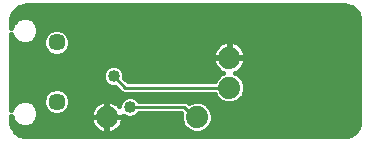
<source format=gbl>
G75*
%MOIN*%
%OFA0B0*%
%FSLAX25Y25*%
%IPPOS*%
%LPD*%
%AMOC8*
5,1,8,0,0,1.08239X$1,22.5*
%
%ADD10C,0.05709*%
%ADD11C,0.07400*%
%ADD12C,0.01600*%
%ADD13C,0.04000*%
%ADD14C,0.01000*%
D10*
X0023099Y0018729D03*
X0023099Y0038414D03*
D11*
X0039792Y0013611D03*
X0069792Y0013611D03*
X0080580Y0023375D03*
X0080580Y0033375D03*
D12*
X0012061Y0007222D02*
X0010611Y0007693D01*
X0009377Y0008590D01*
X0008481Y0009823D01*
X0008010Y0011274D01*
X0007950Y0012036D01*
X0007950Y0013790D01*
X0008604Y0012210D01*
X0009887Y0010927D01*
X0011562Y0010233D01*
X0013376Y0010233D01*
X0015052Y0010927D01*
X0016334Y0012210D01*
X0017028Y0013885D01*
X0017028Y0015699D01*
X0016334Y0017375D01*
X0015052Y0018657D01*
X0013376Y0019351D01*
X0011562Y0019351D01*
X0009887Y0018657D01*
X0008604Y0017375D01*
X0007950Y0015794D01*
X0007950Y0041349D01*
X0008604Y0039769D01*
X0009887Y0038486D01*
X0011562Y0037792D01*
X0013376Y0037792D01*
X0015052Y0038486D01*
X0016334Y0039769D01*
X0017028Y0041444D01*
X0017028Y0043258D01*
X0016334Y0044934D01*
X0015052Y0046216D01*
X0013376Y0046910D01*
X0011562Y0046910D01*
X0009887Y0046216D01*
X0008604Y0044934D01*
X0007950Y0043353D01*
X0007950Y0045894D01*
X0008010Y0046657D01*
X0008481Y0048107D01*
X0009377Y0049341D01*
X0010611Y0050237D01*
X0012061Y0050709D01*
X0012824Y0050769D01*
X0119123Y0050769D01*
X0119885Y0050709D01*
X0121336Y0050237D01*
X0122569Y0049341D01*
X0123466Y0048107D01*
X0123937Y0046657D01*
X0123997Y0045894D01*
X0123997Y0012036D01*
X0123937Y0011274D01*
X0123466Y0009823D01*
X0122569Y0008590D01*
X0121336Y0007693D01*
X0119885Y0007222D01*
X0119123Y0007162D01*
X0012824Y0007162D01*
X0012061Y0007222D01*
X0009348Y0008629D02*
X0037454Y0008629D01*
X0037681Y0008514D02*
X0038504Y0008246D01*
X0039359Y0008111D01*
X0039706Y0008111D01*
X0039706Y0013525D01*
X0034292Y0013525D01*
X0034292Y0013178D01*
X0034428Y0012323D01*
X0034695Y0011500D01*
X0035088Y0010728D01*
X0035597Y0010028D01*
X0036209Y0009416D01*
X0036909Y0008907D01*
X0037681Y0008514D01*
X0039706Y0008629D02*
X0039878Y0008629D01*
X0039878Y0008111D02*
X0040225Y0008111D01*
X0041080Y0008246D01*
X0041903Y0008514D01*
X0042675Y0008907D01*
X0043375Y0009416D01*
X0043987Y0010028D01*
X0044496Y0010728D01*
X0044889Y0011500D01*
X0045157Y0012323D01*
X0045292Y0013178D01*
X0045292Y0013525D01*
X0039878Y0013525D01*
X0039878Y0008111D01*
X0042130Y0008629D02*
X0067969Y0008629D01*
X0068738Y0008311D02*
X0066790Y0009118D01*
X0065299Y0010609D01*
X0064492Y0012557D01*
X0064492Y0014665D01*
X0064531Y0014759D01*
X0050460Y0014759D01*
X0049509Y0013807D01*
X0048185Y0013259D01*
X0046753Y0013259D01*
X0045430Y0013807D01*
X0045292Y0013945D01*
X0045292Y0013697D01*
X0039878Y0013697D01*
X0039706Y0013697D01*
X0039706Y0013525D01*
X0039878Y0013525D01*
X0039878Y0013697D01*
X0039878Y0019111D01*
X0040225Y0019111D01*
X0041080Y0018976D01*
X0041903Y0018708D01*
X0042675Y0018315D01*
X0043375Y0017806D01*
X0043869Y0017312D01*
X0043869Y0017575D01*
X0044417Y0018898D01*
X0045430Y0019911D01*
X0046753Y0020459D01*
X0048185Y0020459D01*
X0049509Y0019911D01*
X0050460Y0018959D01*
X0066548Y0018959D01*
X0067223Y0018284D01*
X0068738Y0018911D01*
X0070846Y0018911D01*
X0072794Y0018104D01*
X0074285Y0016613D01*
X0075092Y0014665D01*
X0075092Y0012557D01*
X0074285Y0010609D01*
X0072794Y0009118D01*
X0070846Y0008311D01*
X0068738Y0008311D01*
X0071615Y0008629D02*
X0122598Y0008629D01*
X0123597Y0010228D02*
X0073904Y0010228D01*
X0074790Y0011826D02*
X0123980Y0011826D01*
X0123997Y0013425D02*
X0075092Y0013425D01*
X0074944Y0015023D02*
X0123997Y0015023D01*
X0123997Y0016622D02*
X0074277Y0016622D01*
X0072513Y0018220D02*
X0079174Y0018220D01*
X0079525Y0018075D02*
X0081634Y0018075D01*
X0083582Y0018882D01*
X0085073Y0020373D01*
X0085880Y0022321D01*
X0085880Y0024429D01*
X0085073Y0026377D01*
X0083582Y0027868D01*
X0082636Y0028260D01*
X0082691Y0028278D01*
X0083462Y0028671D01*
X0084163Y0029180D01*
X0084775Y0029792D01*
X0085284Y0030492D01*
X0085677Y0031264D01*
X0085944Y0032087D01*
X0086080Y0032942D01*
X0086080Y0033175D01*
X0080780Y0033175D01*
X0080780Y0033575D01*
X0086080Y0033575D01*
X0086080Y0033808D01*
X0085944Y0034663D01*
X0085677Y0035486D01*
X0085284Y0036257D01*
X0084775Y0036958D01*
X0084163Y0037570D01*
X0083462Y0038079D01*
X0082691Y0038472D01*
X0081867Y0038739D01*
X0081012Y0038875D01*
X0080780Y0038875D01*
X0080780Y0033575D01*
X0080380Y0033575D01*
X0080380Y0038875D01*
X0080147Y0038875D01*
X0079292Y0038739D01*
X0078468Y0038472D01*
X0077697Y0038079D01*
X0076997Y0037570D01*
X0076384Y0036958D01*
X0075876Y0036257D01*
X0075482Y0035486D01*
X0075215Y0034663D01*
X0075080Y0033808D01*
X0075080Y0033575D01*
X0080379Y0033575D01*
X0080379Y0033175D01*
X0075080Y0033175D01*
X0075080Y0032942D01*
X0075215Y0032087D01*
X0075482Y0031264D01*
X0075876Y0030492D01*
X0076384Y0029792D01*
X0076997Y0029180D01*
X0077697Y0028671D01*
X0078468Y0028278D01*
X0078523Y0028260D01*
X0077577Y0027868D01*
X0076086Y0026377D01*
X0075713Y0025475D01*
X0046745Y0025475D01*
X0045656Y0026564D01*
X0045656Y0027910D01*
X0045108Y0029233D01*
X0044095Y0030246D01*
X0042772Y0030794D01*
X0041340Y0030794D01*
X0040017Y0030246D01*
X0039004Y0029233D01*
X0038456Y0027910D01*
X0038456Y0026478D01*
X0039004Y0025154D01*
X0040017Y0024142D01*
X0041340Y0023594D01*
X0042686Y0023594D01*
X0045005Y0021275D01*
X0075713Y0021275D01*
X0076086Y0020373D01*
X0077577Y0018882D01*
X0079525Y0018075D01*
X0081985Y0018220D02*
X0123997Y0018220D01*
X0123997Y0019819D02*
X0084519Y0019819D01*
X0085505Y0021417D02*
X0123997Y0021417D01*
X0123997Y0023016D02*
X0085880Y0023016D01*
X0085803Y0024615D02*
X0123997Y0024615D01*
X0123997Y0026213D02*
X0085141Y0026213D01*
X0083638Y0027812D02*
X0123997Y0027812D01*
X0123997Y0029410D02*
X0084393Y0029410D01*
X0085547Y0031009D02*
X0123997Y0031009D01*
X0123997Y0032607D02*
X0086026Y0032607D01*
X0086016Y0034206D02*
X0123997Y0034206D01*
X0123997Y0035804D02*
X0085515Y0035804D01*
X0084330Y0037403D02*
X0123997Y0037403D01*
X0123997Y0039001D02*
X0027554Y0039001D01*
X0027554Y0039300D02*
X0026875Y0040937D01*
X0025622Y0042190D01*
X0023985Y0042868D01*
X0022213Y0042868D01*
X0020576Y0042190D01*
X0019323Y0040937D01*
X0018645Y0039300D01*
X0018645Y0037528D01*
X0019323Y0035891D01*
X0020576Y0034638D01*
X0022213Y0033960D01*
X0023985Y0033960D01*
X0025622Y0034638D01*
X0026875Y0035891D01*
X0027554Y0037528D01*
X0027554Y0039300D01*
X0027015Y0040600D02*
X0123997Y0040600D01*
X0123997Y0042198D02*
X0025604Y0042198D01*
X0020595Y0042198D02*
X0017028Y0042198D01*
X0016678Y0040600D02*
X0019183Y0040600D01*
X0018645Y0039001D02*
X0015567Y0039001D01*
X0018697Y0037403D02*
X0007950Y0037403D01*
X0007950Y0039001D02*
X0009372Y0039001D01*
X0008260Y0040600D02*
X0007950Y0040600D01*
X0007950Y0043797D02*
X0008133Y0043797D01*
X0007950Y0045395D02*
X0009066Y0045395D01*
X0008119Y0046994D02*
X0123827Y0046994D01*
X0123997Y0045395D02*
X0015873Y0045395D01*
X0016805Y0043797D02*
X0123997Y0043797D01*
X0123113Y0048592D02*
X0008833Y0048592D01*
X0010547Y0050191D02*
X0121400Y0050191D01*
X0080780Y0037403D02*
X0080380Y0037403D01*
X0080380Y0035804D02*
X0080780Y0035804D01*
X0080780Y0034206D02*
X0080380Y0034206D01*
X0075645Y0035804D02*
X0026789Y0035804D01*
X0027502Y0037403D02*
X0076829Y0037403D01*
X0075143Y0034206D02*
X0024579Y0034206D01*
X0021620Y0034206D02*
X0007950Y0034206D01*
X0007950Y0035804D02*
X0019410Y0035804D01*
X0007950Y0032607D02*
X0075133Y0032607D01*
X0075612Y0031009D02*
X0007950Y0031009D01*
X0007950Y0029410D02*
X0039181Y0029410D01*
X0038456Y0027812D02*
X0007950Y0027812D01*
X0007950Y0026213D02*
X0038565Y0026213D01*
X0039544Y0024615D02*
X0007950Y0024615D01*
X0007950Y0023016D02*
X0021809Y0023016D01*
X0022213Y0023183D02*
X0020576Y0022505D01*
X0019323Y0021252D01*
X0018645Y0019615D01*
X0018645Y0017843D01*
X0019323Y0016206D01*
X0020576Y0014953D01*
X0022213Y0014275D01*
X0023985Y0014275D01*
X0025622Y0014953D01*
X0026875Y0016206D01*
X0027554Y0017843D01*
X0027554Y0019615D01*
X0026875Y0021252D01*
X0025622Y0022505D01*
X0023985Y0023183D01*
X0022213Y0023183D01*
X0024389Y0023016D02*
X0043264Y0023016D01*
X0044862Y0021417D02*
X0026710Y0021417D01*
X0027469Y0019819D02*
X0045338Y0019819D01*
X0044137Y0018220D02*
X0042805Y0018220D01*
X0039878Y0018220D02*
X0039706Y0018220D01*
X0039706Y0019111D02*
X0039359Y0019111D01*
X0038504Y0018976D01*
X0037681Y0018708D01*
X0036909Y0018315D01*
X0036209Y0017806D01*
X0035597Y0017194D01*
X0035088Y0016494D01*
X0034695Y0015722D01*
X0034428Y0014899D01*
X0034292Y0014044D01*
X0034292Y0013697D01*
X0039706Y0013697D01*
X0039706Y0019111D01*
X0036779Y0018220D02*
X0027554Y0018220D01*
X0027048Y0016622D02*
X0035181Y0016622D01*
X0034468Y0015023D02*
X0025693Y0015023D01*
X0020506Y0015023D02*
X0017028Y0015023D01*
X0016838Y0013425D02*
X0034292Y0013425D01*
X0034589Y0011826D02*
X0015951Y0011826D01*
X0008988Y0011826D02*
X0007966Y0011826D01*
X0008349Y0010228D02*
X0035452Y0010228D01*
X0039706Y0010228D02*
X0039878Y0010228D01*
X0039878Y0011826D02*
X0039706Y0011826D01*
X0039706Y0013425D02*
X0039878Y0013425D01*
X0039878Y0015023D02*
X0039706Y0015023D01*
X0039706Y0016622D02*
X0039878Y0016622D01*
X0045292Y0013425D02*
X0046353Y0013425D01*
X0048586Y0013425D02*
X0064492Y0013425D01*
X0064795Y0011826D02*
X0044995Y0011826D01*
X0044133Y0010228D02*
X0065680Y0010228D01*
X0076640Y0019819D02*
X0049601Y0019819D01*
X0046006Y0026213D02*
X0076018Y0026213D01*
X0077521Y0027812D02*
X0045656Y0027812D01*
X0044931Y0029410D02*
X0076766Y0029410D01*
X0019488Y0021417D02*
X0007950Y0021417D01*
X0007950Y0019819D02*
X0018729Y0019819D01*
X0018645Y0018220D02*
X0015488Y0018220D01*
X0016646Y0016622D02*
X0019151Y0016622D01*
X0009450Y0018220D02*
X0007950Y0018220D01*
X0007950Y0016622D02*
X0008293Y0016622D01*
X0008101Y0013425D02*
X0007950Y0013425D01*
D13*
X0042056Y0027194D03*
X0053375Y0030146D03*
X0047469Y0016859D03*
D14*
X0065678Y0016859D01*
X0068631Y0013906D01*
X0069615Y0013906D01*
X0069792Y0013611D01*
X0080580Y0023375D02*
X0045875Y0023375D01*
X0042056Y0027194D01*
M02*

</source>
